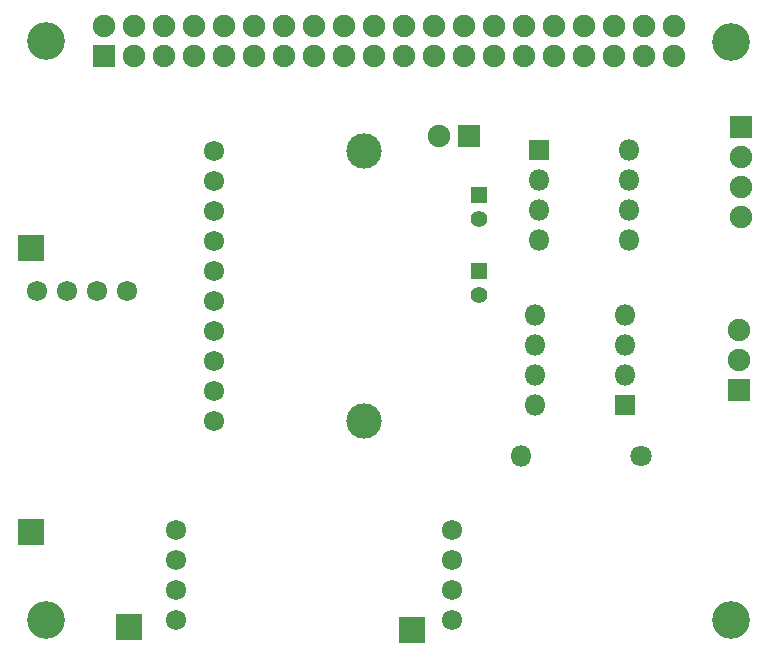
<source format=gbs>
G04 #@! TF.GenerationSoftware,KiCad,Pcbnew,(5.1.6)-1*
G04 #@! TF.CreationDate,2020-08-19T13:32:06-04:00*
G04 #@! TF.ProjectId,pressure-rev2,70726573-7375-4726-952d-726576322e6b,rev?*
G04 #@! TF.SameCoordinates,Original*
G04 #@! TF.FileFunction,Soldermask,Bot*
G04 #@! TF.FilePolarity,Negative*
%FSLAX46Y46*%
G04 Gerber Fmt 4.6, Leading zero omitted, Abs format (unit mm)*
G04 Created by KiCad (PCBNEW (5.1.6)-1) date 2020-08-19 13:32:06*
%MOMM*%
%LPD*%
G01*
G04 APERTURE LIST*
%ADD10C,1.724000*%
%ADD11O,1.800000X1.800000*%
%ADD12R,1.800000X1.800000*%
%ADD13O,1.900000X1.900000*%
%ADD14R,1.900000X1.900000*%
%ADD15C,3.200000*%
%ADD16R,2.200000X2.200000*%
%ADD17C,1.800000*%
%ADD18C,1.400000*%
%ADD19R,1.400000X1.400000*%
%ADD20C,2.994000*%
G04 APERTURE END LIST*
D10*
X88836500Y-85471000D03*
X86296500Y-85471000D03*
X83756500Y-85471000D03*
X81216500Y-85471000D03*
D11*
X123444000Y-95123000D03*
X131064000Y-87503000D03*
X123444000Y-92583000D03*
X131064000Y-90043000D03*
X123444000Y-90043000D03*
X131064000Y-92583000D03*
X123444000Y-87503000D03*
D12*
X131064000Y-95123000D03*
D13*
X135180000Y-63050000D03*
X135180000Y-65590000D03*
X132640000Y-63050000D03*
X132640000Y-65590000D03*
X130100000Y-63050000D03*
X130100000Y-65590000D03*
X127560000Y-63050000D03*
X127560000Y-65590000D03*
X125020000Y-63050000D03*
X125020000Y-65590000D03*
X122480000Y-63050000D03*
X122480000Y-65590000D03*
X119940000Y-63050000D03*
X119940000Y-65590000D03*
X117400000Y-63050000D03*
X117400000Y-65590000D03*
X114860000Y-63050000D03*
X114860000Y-65590000D03*
X112320000Y-63050000D03*
X112320000Y-65590000D03*
X109780000Y-63050000D03*
X109780000Y-65590000D03*
X107240000Y-63050000D03*
X107240000Y-65590000D03*
X104700000Y-63050000D03*
X104700000Y-65590000D03*
X102160000Y-63050000D03*
X102160000Y-65590000D03*
X99620000Y-63050000D03*
X99620000Y-65590000D03*
X97080000Y-63050000D03*
X97080000Y-65590000D03*
X94540000Y-63050000D03*
X94540000Y-65590000D03*
X92000000Y-63050000D03*
X92000000Y-65590000D03*
X89460000Y-63050000D03*
X89460000Y-65590000D03*
X86920000Y-63050000D03*
D14*
X86920000Y-65590000D03*
D15*
X82040000Y-64310000D03*
X140040000Y-64330000D03*
X82040000Y-113320000D03*
X140030000Y-113310000D03*
D13*
X115252500Y-72326500D03*
D14*
X117792500Y-72326500D03*
D16*
X113030000Y-114173000D03*
X89027000Y-113919000D03*
D11*
X122237500Y-99377500D03*
D17*
X132397500Y-99377500D03*
D13*
X140716000Y-88773000D03*
X140716000Y-91313000D03*
D14*
X140716000Y-93853000D03*
D16*
X80772000Y-105854500D03*
D11*
X131381500Y-73469500D03*
X123761500Y-81089500D03*
X131381500Y-76009500D03*
X123761500Y-78549500D03*
X131381500Y-78549500D03*
X123761500Y-76009500D03*
X131381500Y-81089500D03*
D12*
X123761500Y-73469500D03*
D18*
X118681500Y-79343000D03*
D19*
X118681500Y-77343000D03*
D18*
X118681500Y-85756500D03*
D19*
X118681500Y-83756500D03*
D10*
X96202500Y-73596500D03*
X96202500Y-76136500D03*
X96202500Y-78676500D03*
X96202500Y-81216500D03*
X96202500Y-83756500D03*
X96202500Y-86296500D03*
X96202500Y-88836500D03*
X96202500Y-91376500D03*
X96202500Y-93916500D03*
X96202500Y-96456500D03*
D20*
X108902500Y-73596500D03*
X108902500Y-96456500D03*
D10*
X93027500Y-113284000D03*
X93027500Y-110744000D03*
X93027500Y-108204000D03*
X93027500Y-105664000D03*
X116395500Y-113284000D03*
X116395500Y-110744000D03*
X116395500Y-108204000D03*
X116395500Y-105664000D03*
D14*
X140843000Y-71564500D03*
D13*
X140843000Y-74104500D03*
X140843000Y-76644500D03*
X140843000Y-79184500D03*
D16*
X80772000Y-81788000D03*
M02*

</source>
